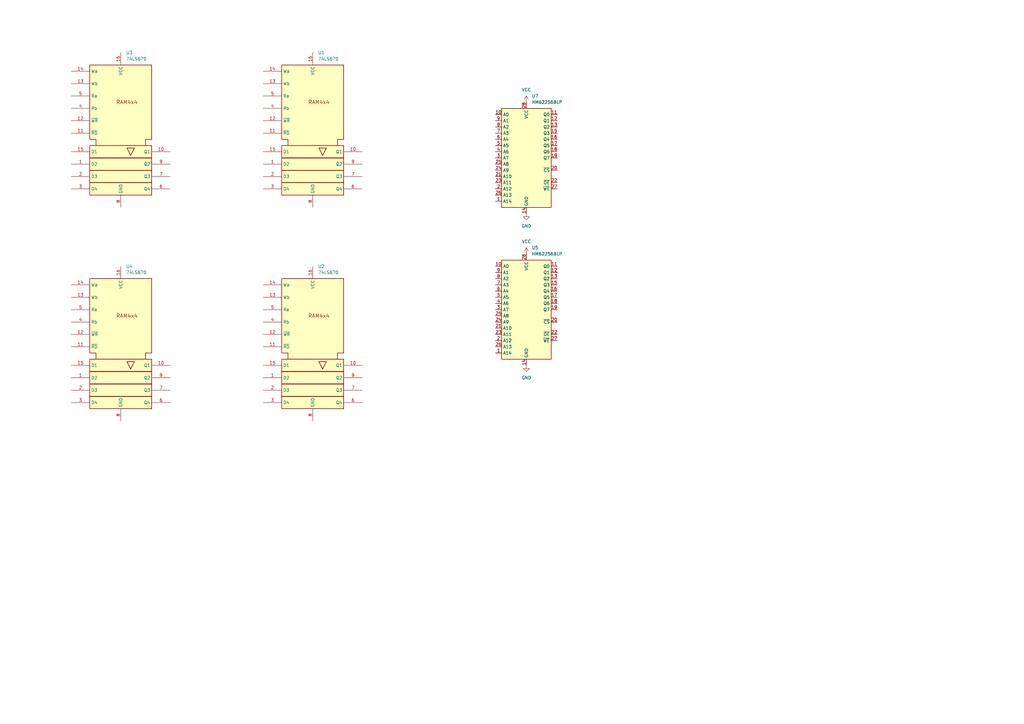
<source format=kicad_sch>
(kicad_sch (version 20250114) (generator "eeschema") (generator_version "9.0")
  (paper "A3")
  (title_block (date "2026-03-04") (rev "1") (company "Relative State Form"))
  (lib_symbols
    (symbol "74xx_IEEE:74LS670"
      (property "Reference" "U" (at 15.24 20.32 0))
      (property "Value" "74LS670" (at 12.7 -30.48 0))
      (symbol "74LS670_0_0"
        (rectangle (start -12.7 -10.16) (end 12.7 -15.24) (stroke (width 0.254)) (fill (type background)))
        (rectangle (start -12.7 -15.24) (end 12.7 -20.32) (stroke (width 0.254)) (fill (type background)))
        (rectangle (start -12.7 -20.32) (end 12.7 -25.4) (stroke (width 0.254)) (fill (type background)))
        (polyline (pts (xy -10.16 -5.08) (xy -10.16 -2.54) (xy -12.7 -2.54) (xy -12.7 27.94) (xy 12.7 27.94) (xy 12.7 -2.54) (xy 10.16 -2.54) (xy 10.16 -5.08) (xy 10.16 -5.08)) (stroke (width 0.254)) (fill (type background)))
        (polyline (pts (xy 5.588 -6.096) (xy 2.54 -6.096) (xy 4.064 -9.144) (xy 5.588 -6.096) (xy 5.588 -6.096)) (stroke (width 0.254)) (fill (type background)))
        (text "RAM4x4" (at 2.54 12.7 0) (effects (font (size 1.524 1.524))))
        (pin power_in line (at 0 33.02 270) (length 5.08) (name "VCC") (number "16"))
        (pin power_in line (at 0 -30.48 90) (length 5.08) (name "GND") (number "8"))
      )
      (symbol "74LS670_0_1"
        (rectangle (start -12.7 -5.08) (end 12.7 -10.16) (stroke (width 0.254)) (fill (type background)))
      )
      (symbol "74LS670_1_1"
        (pin input line (at -20.32 25.4 0) (length 7.62) (name "Wa") (number "14"))
        (pin input line (at -20.32 20.32 0) (length 7.62) (name "Wb") (number "13"))
        (pin input line (at -20.32 15.24 0) (length 7.62) (name "Ra") (number "5"))
        (pin input line (at -20.32 10.16 0) (length 7.62) (name "Rb") (number "4"))
        (pin input line (at -20.32 5.08 0) (length 7.62) (name "~{WR}") (number "12"))
        (pin input line (at -20.32 0 0) (length 7.62) (name "~{RD}") (number "11"))
        (pin input line (at -20.32 -7.62 0) (length 7.62) (name "D1") (number "15"))
        (pin input line (at -20.32 -12.7 0) (length 7.62) (name "D2") (number "1"))
        (pin input line (at -20.32 -17.78 0) (length 7.62) (name "D3") (number "2"))
        (pin input line (at -20.32 -22.86 0) (length 7.62) (name "D4") (number "3"))
        (pin tri_state line (at 20.32 -7.62 180) (length 7.62) (name "Q1") (number "10"))
        (pin tri_state line (at 20.32 -12.7 180) (length 7.62) (name "Q2") (number "9"))
        (pin tri_state line (at 20.32 -17.78 180) (length 7.62) (name "Q3") (number "7"))
        (pin tri_state line (at 20.32 -22.86 180) (length 7.62) (name "Q4") (number "6"))
      )
    )
    (symbol "Memory_RAM:HM62256BLP"
      (property "Reference" "U" (at -10.16 20.955 0))
      (property "Value" "HM62256BLP" (at 2.54 20.955 0))
      (symbol "HM62256BLP_0_0"
        (pin power_in line (at 0 22.86 270) (length 2.54) (name "VCC") (number "28"))
        (pin power_in line (at 0 -22.86 90) (length 2.54) (name "GND") (number "14"))
      )
      (symbol "HM62256BLP_0_1"
        (rectangle (start -10.16 20.32) (end 10.16 -20.32) (stroke (width 0.254)) (fill (type background)))
      )
      (symbol "HM62256BLP_1_1"
        (pin input line (at -12.7 17.78 0) (length 2.54) (name "A0") (number "10"))
        (pin input line (at -12.7 15.24 0) (length 2.54) (name "A1") (number "9"))
        (pin input line (at -12.7 12.7 0) (length 2.54) (name "A2") (number "8"))
        (pin input line (at -12.7 10.16 0) (length 2.54) (name "A3") (number "7"))
        (pin input line (at -12.7 7.62 0) (length 2.54) (name "A4") (number "6"))
        (pin input line (at -12.7 5.08 0) (length 2.54) (name "A5") (number "5"))
        (pin input line (at -12.7 2.54 0) (length 2.54) (name "A6") (number "4"))
        (pin input line (at -12.7 0 0) (length 2.54) (name "A7") (number "3"))
        (pin input line (at -12.7 -2.54 0) (length 2.54) (name "A8") (number "25"))
        (pin input line (at -12.7 -5.08 0) (length 2.54) (name "A9") (number "24"))
        (pin input line (at -12.7 -7.62 0) (length 2.54) (name "A10") (number "21"))
        (pin input line (at -12.7 -10.16 0) (length 2.54) (name "A11") (number "23"))
        (pin input line (at -12.7 -12.7 0) (length 2.54) (name "A12") (number "2"))
        (pin input line (at -12.7 -15.24 0) (length 2.54) (name "A13") (number "26"))
        (pin input line (at -12.7 -17.78 0) (length 2.54) (name "A14") (number "1"))
        (pin tri_state line (at 12.7 17.78 180) (length 2.54) (name "Q0") (number "11"))
        (pin tri_state line (at 12.7 15.24 180) (length 2.54) (name "Q1") (number "12"))
        (pin tri_state line (at 12.7 12.7 180) (length 2.54) (name "Q2") (number "13"))
        (pin tri_state line (at 12.7 10.16 180) (length 2.54) (name "Q3") (number "15"))
        (pin tri_state line (at 12.7 7.62 180) (length 2.54) (name "Q4") (number "16"))
        (pin tri_state line (at 12.7 5.08 180) (length 2.54) (name "Q5") (number "17"))
        (pin tri_state line (at 12.7 2.54 180) (length 2.54) (name "Q6") (number "18"))
        (pin tri_state line (at 12.7 0 180) (length 2.54) (name "Q7") (number "19"))
        (pin input line (at 12.7 -5.08 180) (length 2.54) (name "~{CS}") (number "20"))
        (pin input line (at 12.7 -10.16 180) (length 2.54) (name "~{OE}") (number "22"))
        (pin input line (at 12.7 -12.7 180) (length 2.54) (name "~{WE}") (number "27"))
      )
    )
    (symbol "power:GND" (power) (pin_numbers (hide yes)) (pin_names (offset 0) (hide yes))
      (property "Value" "GND" (at 0 -3.81 0))
      (symbol "GND_0_1"
        (polyline (pts (xy 0 0) (xy 0 -1.27) (xy 1.27 -1.27) (xy 0 -2.54) (xy -1.27 -1.27) (xy 0 -1.27)))
      )
      (symbol "GND_1_1"
        (pin power_in line (at 0 0 270) (length 0) (name "~") (number "1"))
      )
    )
    (symbol "power:VCC" (power) (pin_numbers (hide yes)) (pin_names (offset 0) (hide yes))
      (property "Value" "VCC" (at 0 3.556 0))
      (symbol "VCC_0_1"
        (polyline (pts (xy -0.762 1.27) (xy 0 2.54)))
        (polyline (pts (xy 0 2.54) (xy 0.762 1.27)))
        (polyline (pts (xy 0 0) (xy 0 2.54)))
      )
      (symbol "VCC_1_1"
        (pin power_in line (at 0 0 90) (length 0) (name "~") (number "1"))
      )
    )
  )
  (symbol (lib_id "Memory_RAM:HM62256BLP") (at 215.9 64.77 0) (unit 1)
    (property "Reference" "U7" (at 218.0433 39.37 0) (effects (justify left)))
    (property "Value" "HM62256BLP" (at 218.0433 41.91 0) (effects (justify left)))
    (property "Footprint" "Package_DIP:DIP-28_W15.24mm" (effects (hide yes)))
    (property "Datasheet" "https://web.mit.edu/6.115/www/document/62256.pdf" (effects (hide yes)))
    (property "Description" "32,768-word × 8-bit High Speed CMOS Static RAM, 70ns, DIP-28" (effects (hide yes)))
  )
  (symbol (lib_id "power:VCC") (at 215.9 41.91 0) (unit 1)
    (property "Reference" "#PWR02" (effects (hide yes)))
    (property "Value" "VCC" (at 215.9 36.83 0))
    (property "Description" "Power symbol creates a global label with name \"VCC\"" (effects (hide yes)))
  )
  (symbol (lib_id "Memory_RAM:HM62256BLP") (at 215.9 127 0) (unit 1)
    (property "Reference" "U5" (at 218.0433 101.6 0) (effects (justify left)))
    (property "Value" "HM62256BLP" (at 218.0433 104.14 0) (effects (justify left)))
    (property "Footprint" "Package_DIP:DIP-28_W15.24mm" (effects (hide yes)))
    (property "Datasheet" "https://web.mit.edu/6.115/www/document/62256.pdf" (effects (hide yes)))
    (property "Description" "32,768-word × 8-bit High Speed CMOS Static RAM, 70ns, DIP-28" (effects (hide yes)))
  )
  (symbol (lib_id "power:GND") (at 215.9 149.86 0) (unit 1)
    (property "Reference" "#PWR04" (effects (hide yes)))
    (property "Value" "GND" (at 215.9 154.94 0))
    (property "Description" "Power symbol creates a global label with name \"GND\" , ground" (effects (hide yes)))
  )
  (symbol (lib_id "74xx_IEEE:74LS670") (at 49.53 54.61 0) (unit 1)
    (property "Reference" "U3" (at 51.6733 21.59 0) (effects (justify left)))
    (property "Value" "74LS670" (at 51.6733 24.13 0) (effects (justify left)))
  )
  (symbol (lib_id "74xx_IEEE:74LS670") (at 128.27 142.24 0) (unit 1)
    (property "Reference" "U2" (at 130.4133 109.22 0) (effects (justify left)))
    (property "Value" "74LS670" (at 130.4133 111.76 0) (effects (justify left)))
  )
  (symbol (lib_id "power:GND") (at 215.9 87.63 0) (unit 1)
    (property "Reference" "#PWR03" (effects (hide yes)))
    (property "Value" "GND" (at 215.9 92.71 0))
    (property "Description" "Power symbol creates a global label with name \"GND\" , ground" (effects (hide yes)))
  )
  (symbol (lib_id "power:VCC") (at 215.9 104.14 0) (unit 1)
    (property "Reference" "#PWR01" (effects (hide yes)))
    (property "Value" "VCC" (at 215.9 99.06 0))
    (property "Description" "Power symbol creates a global label with name \"VCC\"" (effects (hide yes)))
  )
  (symbol (lib_id "74xx_IEEE:74LS670") (at 128.27 54.61 0) (unit 1)
    (property "Reference" "U1" (at 130.4133 21.59 0) (effects (justify left)))
    (property "Value" "74LS670" (at 130.4133 24.13 0) (effects (justify left)))
  )
  (symbol (lib_id "74xx_IEEE:74LS670") (at 49.53 142.24 0) (unit 1)
    (property "Reference" "U4" (at 51.6733 109.22 0) (effects (justify left)))
    (property "Value" "74LS670" (at 51.6733 111.76 0) (effects (justify left)))
  )
)
</source>
